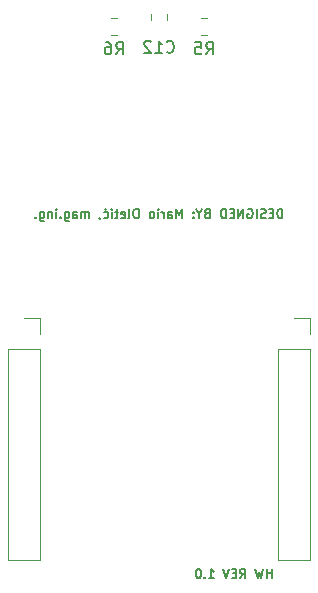
<source format=gbr>
G04 #@! TF.GenerationSoftware,KiCad,Pcbnew,(5.1.5)-3*
G04 #@! TF.CreationDate,2020-01-28T18:53:24+01:00*
G04 #@! TF.ProjectId,CAN SPI Isolated v2.0,43414e20-5350-4492-9049-736f6c617465,rev?*
G04 #@! TF.SameCoordinates,Original*
G04 #@! TF.FileFunction,Legend,Bot*
G04 #@! TF.FilePolarity,Positive*
%FSLAX46Y46*%
G04 Gerber Fmt 4.6, Leading zero omitted, Abs format (unit mm)*
G04 Created by KiCad (PCBNEW (5.1.5)-3) date 2020-01-28 18:53:24*
%MOMM*%
%LPD*%
G04 APERTURE LIST*
%ADD10C,0.150000*%
%ADD11C,0.120000*%
G04 APERTURE END LIST*
D10*
X99350285Y-146394714D02*
X99350285Y-145632714D01*
X99168857Y-145632714D01*
X99060000Y-145669000D01*
X98987428Y-145741571D01*
X98951142Y-145814142D01*
X98914857Y-145959285D01*
X98914857Y-146068142D01*
X98951142Y-146213285D01*
X98987428Y-146285857D01*
X99060000Y-146358428D01*
X99168857Y-146394714D01*
X99350285Y-146394714D01*
X98588285Y-145995571D02*
X98334285Y-145995571D01*
X98225428Y-146394714D02*
X98588285Y-146394714D01*
X98588285Y-145632714D01*
X98225428Y-145632714D01*
X97935142Y-146358428D02*
X97826285Y-146394714D01*
X97644857Y-146394714D01*
X97572285Y-146358428D01*
X97536000Y-146322142D01*
X97499714Y-146249571D01*
X97499714Y-146177000D01*
X97536000Y-146104428D01*
X97572285Y-146068142D01*
X97644857Y-146031857D01*
X97790000Y-145995571D01*
X97862571Y-145959285D01*
X97898857Y-145923000D01*
X97935142Y-145850428D01*
X97935142Y-145777857D01*
X97898857Y-145705285D01*
X97862571Y-145669000D01*
X97790000Y-145632714D01*
X97608571Y-145632714D01*
X97499714Y-145669000D01*
X97173142Y-146394714D02*
X97173142Y-145632714D01*
X96411142Y-145669000D02*
X96483714Y-145632714D01*
X96592571Y-145632714D01*
X96701428Y-145669000D01*
X96774000Y-145741571D01*
X96810285Y-145814142D01*
X96846571Y-145959285D01*
X96846571Y-146068142D01*
X96810285Y-146213285D01*
X96774000Y-146285857D01*
X96701428Y-146358428D01*
X96592571Y-146394714D01*
X96520000Y-146394714D01*
X96411142Y-146358428D01*
X96374857Y-146322142D01*
X96374857Y-146068142D01*
X96520000Y-146068142D01*
X96048285Y-146394714D02*
X96048285Y-145632714D01*
X95612857Y-146394714D01*
X95612857Y-145632714D01*
X95250000Y-145995571D02*
X94996000Y-145995571D01*
X94887142Y-146394714D02*
X95250000Y-146394714D01*
X95250000Y-145632714D01*
X94887142Y-145632714D01*
X94560571Y-146394714D02*
X94560571Y-145632714D01*
X94379142Y-145632714D01*
X94270285Y-145669000D01*
X94197714Y-145741571D01*
X94161428Y-145814142D01*
X94125142Y-145959285D01*
X94125142Y-146068142D01*
X94161428Y-146213285D01*
X94197714Y-146285857D01*
X94270285Y-146358428D01*
X94379142Y-146394714D01*
X94560571Y-146394714D01*
X92964000Y-145995571D02*
X92855142Y-146031857D01*
X92818857Y-146068142D01*
X92782571Y-146140714D01*
X92782571Y-146249571D01*
X92818857Y-146322142D01*
X92855142Y-146358428D01*
X92927714Y-146394714D01*
X93218000Y-146394714D01*
X93218000Y-145632714D01*
X92964000Y-145632714D01*
X92891428Y-145669000D01*
X92855142Y-145705285D01*
X92818857Y-145777857D01*
X92818857Y-145850428D01*
X92855142Y-145923000D01*
X92891428Y-145959285D01*
X92964000Y-145995571D01*
X93218000Y-145995571D01*
X92310857Y-146031857D02*
X92310857Y-146394714D01*
X92564857Y-145632714D02*
X92310857Y-146031857D01*
X92056857Y-145632714D01*
X91802857Y-146322142D02*
X91766571Y-146358428D01*
X91802857Y-146394714D01*
X91839142Y-146358428D01*
X91802857Y-146322142D01*
X91802857Y-146394714D01*
X91802857Y-145923000D02*
X91766571Y-145959285D01*
X91802857Y-145995571D01*
X91839142Y-145959285D01*
X91802857Y-145923000D01*
X91802857Y-145995571D01*
X90859428Y-146394714D02*
X90859428Y-145632714D01*
X90605428Y-146177000D01*
X90351428Y-145632714D01*
X90351428Y-146394714D01*
X89662000Y-146394714D02*
X89662000Y-145995571D01*
X89698285Y-145923000D01*
X89770857Y-145886714D01*
X89916000Y-145886714D01*
X89988571Y-145923000D01*
X89662000Y-146358428D02*
X89734571Y-146394714D01*
X89916000Y-146394714D01*
X89988571Y-146358428D01*
X90024857Y-146285857D01*
X90024857Y-146213285D01*
X89988571Y-146140714D01*
X89916000Y-146104428D01*
X89734571Y-146104428D01*
X89662000Y-146068142D01*
X89299142Y-146394714D02*
X89299142Y-145886714D01*
X89299142Y-146031857D02*
X89262857Y-145959285D01*
X89226571Y-145923000D01*
X89154000Y-145886714D01*
X89081428Y-145886714D01*
X88827428Y-146394714D02*
X88827428Y-145886714D01*
X88827428Y-145632714D02*
X88863714Y-145669000D01*
X88827428Y-145705285D01*
X88791142Y-145669000D01*
X88827428Y-145632714D01*
X88827428Y-145705285D01*
X88355714Y-146394714D02*
X88428285Y-146358428D01*
X88464571Y-146322142D01*
X88500857Y-146249571D01*
X88500857Y-146031857D01*
X88464571Y-145959285D01*
X88428285Y-145923000D01*
X88355714Y-145886714D01*
X88246857Y-145886714D01*
X88174285Y-145923000D01*
X88138000Y-145959285D01*
X88101714Y-146031857D01*
X88101714Y-146249571D01*
X88138000Y-146322142D01*
X88174285Y-146358428D01*
X88246857Y-146394714D01*
X88355714Y-146394714D01*
X87049428Y-145632714D02*
X86904285Y-145632714D01*
X86831714Y-145669000D01*
X86759142Y-145741571D01*
X86722857Y-145886714D01*
X86722857Y-146140714D01*
X86759142Y-146285857D01*
X86831714Y-146358428D01*
X86904285Y-146394714D01*
X87049428Y-146394714D01*
X87122000Y-146358428D01*
X87194571Y-146285857D01*
X87230857Y-146140714D01*
X87230857Y-145886714D01*
X87194571Y-145741571D01*
X87122000Y-145669000D01*
X87049428Y-145632714D01*
X86287428Y-146394714D02*
X86360000Y-146358428D01*
X86396285Y-146285857D01*
X86396285Y-145632714D01*
X85706857Y-146358428D02*
X85779428Y-146394714D01*
X85924571Y-146394714D01*
X85997142Y-146358428D01*
X86033428Y-146285857D01*
X86033428Y-145995571D01*
X85997142Y-145923000D01*
X85924571Y-145886714D01*
X85779428Y-145886714D01*
X85706857Y-145923000D01*
X85670571Y-145995571D01*
X85670571Y-146068142D01*
X86033428Y-146140714D01*
X85452857Y-145886714D02*
X85162571Y-145886714D01*
X85344000Y-145632714D02*
X85344000Y-146285857D01*
X85307714Y-146358428D01*
X85235142Y-146394714D01*
X85162571Y-146394714D01*
X84908571Y-146394714D02*
X84908571Y-145886714D01*
X84908571Y-145632714D02*
X84944857Y-145669000D01*
X84908571Y-145705285D01*
X84872285Y-145669000D01*
X84908571Y-145632714D01*
X84908571Y-145705285D01*
X84219142Y-146358428D02*
X84291714Y-146394714D01*
X84436857Y-146394714D01*
X84509428Y-146358428D01*
X84545714Y-146322142D01*
X84582000Y-146249571D01*
X84582000Y-146031857D01*
X84545714Y-145959285D01*
X84509428Y-145923000D01*
X84436857Y-145886714D01*
X84291714Y-145886714D01*
X84219142Y-145923000D01*
X84291714Y-145596428D02*
X84400571Y-145705285D01*
X83856285Y-146358428D02*
X83856285Y-146394714D01*
X83892571Y-146467285D01*
X83928857Y-146503571D01*
X82949142Y-146394714D02*
X82949142Y-145886714D01*
X82949142Y-145959285D02*
X82912857Y-145923000D01*
X82840285Y-145886714D01*
X82731428Y-145886714D01*
X82658857Y-145923000D01*
X82622571Y-145995571D01*
X82622571Y-146394714D01*
X82622571Y-145995571D02*
X82586285Y-145923000D01*
X82513714Y-145886714D01*
X82404857Y-145886714D01*
X82332285Y-145923000D01*
X82296000Y-145995571D01*
X82296000Y-146394714D01*
X81606571Y-146394714D02*
X81606571Y-145995571D01*
X81642857Y-145923000D01*
X81715428Y-145886714D01*
X81860571Y-145886714D01*
X81933142Y-145923000D01*
X81606571Y-146358428D02*
X81679142Y-146394714D01*
X81860571Y-146394714D01*
X81933142Y-146358428D01*
X81969428Y-146285857D01*
X81969428Y-146213285D01*
X81933142Y-146140714D01*
X81860571Y-146104428D01*
X81679142Y-146104428D01*
X81606571Y-146068142D01*
X80917142Y-145886714D02*
X80917142Y-146503571D01*
X80953428Y-146576142D01*
X80989714Y-146612428D01*
X81062285Y-146648714D01*
X81171142Y-146648714D01*
X81243714Y-146612428D01*
X80917142Y-146358428D02*
X80989714Y-146394714D01*
X81134857Y-146394714D01*
X81207428Y-146358428D01*
X81243714Y-146322142D01*
X81280000Y-146249571D01*
X81280000Y-146031857D01*
X81243714Y-145959285D01*
X81207428Y-145923000D01*
X81134857Y-145886714D01*
X80989714Y-145886714D01*
X80917142Y-145923000D01*
X80554285Y-146322142D02*
X80518000Y-146358428D01*
X80554285Y-146394714D01*
X80590571Y-146358428D01*
X80554285Y-146322142D01*
X80554285Y-146394714D01*
X80191428Y-146394714D02*
X80191428Y-145886714D01*
X80191428Y-145632714D02*
X80227714Y-145669000D01*
X80191428Y-145705285D01*
X80155142Y-145669000D01*
X80191428Y-145632714D01*
X80191428Y-145705285D01*
X79828571Y-145886714D02*
X79828571Y-146394714D01*
X79828571Y-145959285D02*
X79792285Y-145923000D01*
X79719714Y-145886714D01*
X79610857Y-145886714D01*
X79538285Y-145923000D01*
X79502000Y-145995571D01*
X79502000Y-146394714D01*
X78812571Y-145886714D02*
X78812571Y-146503571D01*
X78848857Y-146576142D01*
X78885142Y-146612428D01*
X78957714Y-146648714D01*
X79066571Y-146648714D01*
X79139142Y-146612428D01*
X78812571Y-146358428D02*
X78885142Y-146394714D01*
X79030285Y-146394714D01*
X79102857Y-146358428D01*
X79139142Y-146322142D01*
X79175428Y-146249571D01*
X79175428Y-146031857D01*
X79139142Y-145959285D01*
X79102857Y-145923000D01*
X79030285Y-145886714D01*
X78885142Y-145886714D01*
X78812571Y-145923000D01*
X78449714Y-146322142D02*
X78413428Y-146358428D01*
X78449714Y-146394714D01*
X78486000Y-146358428D01*
X78449714Y-146322142D01*
X78449714Y-146394714D01*
X98443142Y-176874714D02*
X98443142Y-176112714D01*
X98443142Y-176475571D02*
X98007714Y-176475571D01*
X98007714Y-176874714D02*
X98007714Y-176112714D01*
X97717428Y-176112714D02*
X97536000Y-176874714D01*
X97390857Y-176330428D01*
X97245714Y-176874714D01*
X97064285Y-176112714D01*
X95758000Y-176874714D02*
X96012000Y-176511857D01*
X96193428Y-176874714D02*
X96193428Y-176112714D01*
X95903142Y-176112714D01*
X95830571Y-176149000D01*
X95794285Y-176185285D01*
X95758000Y-176257857D01*
X95758000Y-176366714D01*
X95794285Y-176439285D01*
X95830571Y-176475571D01*
X95903142Y-176511857D01*
X96193428Y-176511857D01*
X95431428Y-176475571D02*
X95177428Y-176475571D01*
X95068571Y-176874714D02*
X95431428Y-176874714D01*
X95431428Y-176112714D01*
X95068571Y-176112714D01*
X94850857Y-176112714D02*
X94596857Y-176874714D01*
X94342857Y-176112714D01*
X93109142Y-176874714D02*
X93544571Y-176874714D01*
X93326857Y-176874714D02*
X93326857Y-176112714D01*
X93399428Y-176221571D01*
X93472000Y-176294142D01*
X93544571Y-176330428D01*
X92782571Y-176802142D02*
X92746285Y-176838428D01*
X92782571Y-176874714D01*
X92818857Y-176838428D01*
X92782571Y-176802142D01*
X92782571Y-176874714D01*
X92274571Y-176112714D02*
X92202000Y-176112714D01*
X92129428Y-176149000D01*
X92093142Y-176185285D01*
X92056857Y-176257857D01*
X92020571Y-176403000D01*
X92020571Y-176584428D01*
X92056857Y-176729571D01*
X92093142Y-176802142D01*
X92129428Y-176838428D01*
X92202000Y-176874714D01*
X92274571Y-176874714D01*
X92347142Y-176838428D01*
X92383428Y-176802142D01*
X92419714Y-176729571D01*
X92456000Y-176584428D01*
X92456000Y-176403000D01*
X92419714Y-176257857D01*
X92383428Y-176185285D01*
X92347142Y-176149000D01*
X92274571Y-176112714D01*
D11*
X88190000Y-129671578D02*
X88190000Y-129154422D01*
X89610000Y-129671578D02*
X89610000Y-129154422D01*
X78800000Y-154880000D02*
X77470000Y-154880000D01*
X78800000Y-156210000D02*
X78800000Y-154880000D01*
X78800000Y-157480000D02*
X76140000Y-157480000D01*
X76140000Y-157480000D02*
X76140000Y-175320000D01*
X78800000Y-157480000D02*
X78800000Y-175320000D01*
X78800000Y-175320000D02*
X76140000Y-175320000D01*
X101660000Y-175320000D02*
X99000000Y-175320000D01*
X101660000Y-157480000D02*
X101660000Y-175320000D01*
X99000000Y-157480000D02*
X99000000Y-175320000D01*
X101660000Y-157480000D02*
X99000000Y-157480000D01*
X101660000Y-156210000D02*
X101660000Y-154880000D01*
X101660000Y-154880000D02*
X100330000Y-154880000D01*
X92968578Y-129465000D02*
X92451422Y-129465000D01*
X92968578Y-130885000D02*
X92451422Y-130885000D01*
X85348578Y-130885000D02*
X84831422Y-130885000D01*
X85348578Y-129465000D02*
X84831422Y-129465000D01*
D10*
X89542857Y-132310142D02*
X89590476Y-132357761D01*
X89733333Y-132405380D01*
X89828571Y-132405380D01*
X89971428Y-132357761D01*
X90066666Y-132262523D01*
X90114285Y-132167285D01*
X90161904Y-131976809D01*
X90161904Y-131833952D01*
X90114285Y-131643476D01*
X90066666Y-131548238D01*
X89971428Y-131453000D01*
X89828571Y-131405380D01*
X89733333Y-131405380D01*
X89590476Y-131453000D01*
X89542857Y-131500619D01*
X88590476Y-132405380D02*
X89161904Y-132405380D01*
X88876190Y-132405380D02*
X88876190Y-131405380D01*
X88971428Y-131548238D01*
X89066666Y-131643476D01*
X89161904Y-131691095D01*
X88209523Y-131500619D02*
X88161904Y-131453000D01*
X88066666Y-131405380D01*
X87828571Y-131405380D01*
X87733333Y-131453000D01*
X87685714Y-131500619D01*
X87638095Y-131595857D01*
X87638095Y-131691095D01*
X87685714Y-131833952D01*
X88257142Y-132405380D01*
X87638095Y-132405380D01*
X92876666Y-132532380D02*
X93210000Y-132056190D01*
X93448095Y-132532380D02*
X93448095Y-131532380D01*
X93067142Y-131532380D01*
X92971904Y-131580000D01*
X92924285Y-131627619D01*
X92876666Y-131722857D01*
X92876666Y-131865714D01*
X92924285Y-131960952D01*
X92971904Y-132008571D01*
X93067142Y-132056190D01*
X93448095Y-132056190D01*
X91971904Y-131532380D02*
X92448095Y-131532380D01*
X92495714Y-132008571D01*
X92448095Y-131960952D01*
X92352857Y-131913333D01*
X92114761Y-131913333D01*
X92019523Y-131960952D01*
X91971904Y-132008571D01*
X91924285Y-132103809D01*
X91924285Y-132341904D01*
X91971904Y-132437142D01*
X92019523Y-132484761D01*
X92114761Y-132532380D01*
X92352857Y-132532380D01*
X92448095Y-132484761D01*
X92495714Y-132437142D01*
X85256666Y-132532380D02*
X85590000Y-132056190D01*
X85828095Y-132532380D02*
X85828095Y-131532380D01*
X85447142Y-131532380D01*
X85351904Y-131580000D01*
X85304285Y-131627619D01*
X85256666Y-131722857D01*
X85256666Y-131865714D01*
X85304285Y-131960952D01*
X85351904Y-132008571D01*
X85447142Y-132056190D01*
X85828095Y-132056190D01*
X84399523Y-131532380D02*
X84590000Y-131532380D01*
X84685238Y-131580000D01*
X84732857Y-131627619D01*
X84828095Y-131770476D01*
X84875714Y-131960952D01*
X84875714Y-132341904D01*
X84828095Y-132437142D01*
X84780476Y-132484761D01*
X84685238Y-132532380D01*
X84494761Y-132532380D01*
X84399523Y-132484761D01*
X84351904Y-132437142D01*
X84304285Y-132341904D01*
X84304285Y-132103809D01*
X84351904Y-132008571D01*
X84399523Y-131960952D01*
X84494761Y-131913333D01*
X84685238Y-131913333D01*
X84780476Y-131960952D01*
X84828095Y-132008571D01*
X84875714Y-132103809D01*
M02*

</source>
